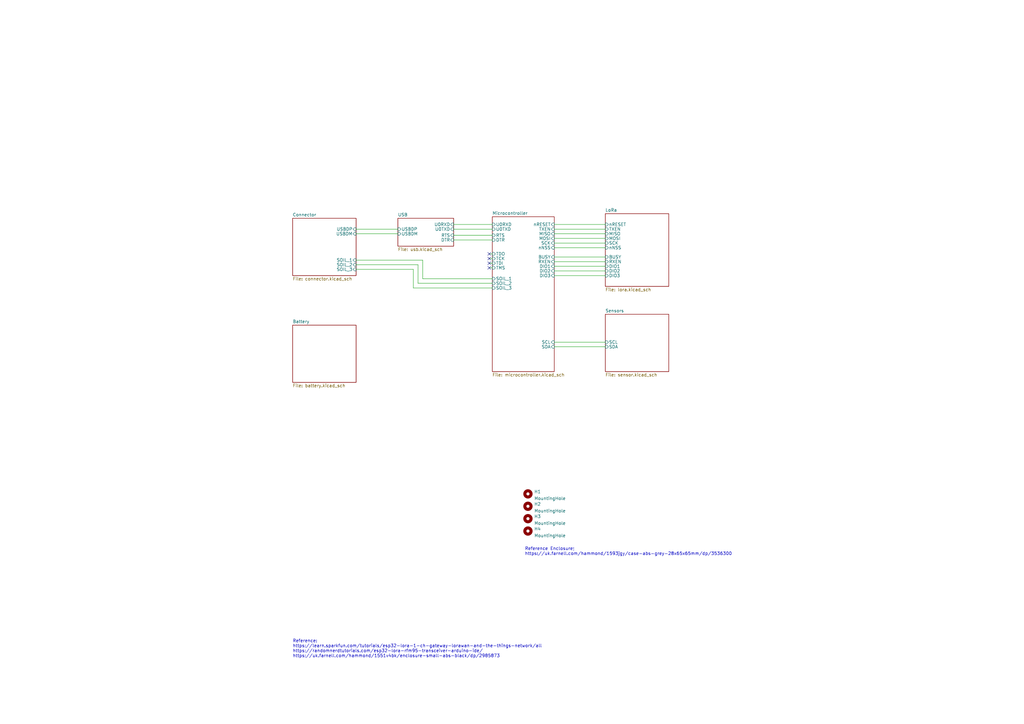
<source format=kicad_sch>
(kicad_sch (version 20211123) (generator eeschema)
  (paper "A3")
  (title_block (title "FLORA") (date "2022-07-01") (rev "C"))
  (lib_symbols
    (symbol "Mechanical:MountingHole" (pin_names (offset 1.016))
      (property "Reference" "H" (at 0 5.08 0))
      (property "Value" "MountingHole" (at 0 3.175 0))
      (symbol "MountingHole_0_1"
        (circle (center 0 0) (radius 1.27) (stroke (width 1.27)))
      )
    )
  )
  (no_connect (at 200.66 109.855))
  (no_connect (at 200.66 104.14))
  (no_connect (at 200.66 106.045))
  (no_connect (at 200.66 107.95))
  (wire (pts (xy 227.33 93.98) (xy 248.285 93.98)))
  (wire (pts (xy 227.33 111.125) (xy 248.285 111.125)))
  (wire (pts (xy 227.33 142.24) (xy 248.285 142.24)))
  (wire (pts (xy 171.45 108.585) (xy 146.05 108.585)))
  (wire (pts (xy 227.33 92.075) (xy 248.285 92.075)))
  (wire (pts (xy 227.33 101.6) (xy 248.285 101.6)))
  (wire (pts (xy 200.66 107.95) (xy 201.93 107.95)))
  (wire (pts (xy 169.545 118.11) (xy 201.93 118.11)))
  (wire (pts (xy 169.545 110.49) (xy 169.545 118.11)))
  (wire (pts (xy 227.33 97.79) (xy 248.285 97.79)))
  (wire (pts (xy 227.33 140.335) (xy 248.285 140.335)))
  (wire (pts (xy 227.33 95.885) (xy 248.285 95.885)))
  (wire (pts (xy 201.93 116.205) (xy 171.45 116.205)))
  (wire (pts (xy 200.66 104.14) (xy 201.93 104.14)))
  (wire (pts (xy 227.33 107.315) (xy 248.285 107.315)))
  (wire (pts (xy 186.055 92.075) (xy 201.93 92.075)))
  (wire (pts (xy 227.33 105.41) (xy 248.285 105.41)))
  (wire (pts (xy 227.33 109.22) (xy 248.285 109.22)))
  (wire (pts (xy 146.05 95.885) (xy 163.195 95.885)))
  (wire (pts (xy 200.66 109.855) (xy 201.93 109.855)))
  (wire (pts (xy 186.055 98.425) (xy 201.93 98.425)))
  (wire (pts (xy 200.66 106.045) (xy 201.93 106.045)))
  (wire (pts (xy 227.33 113.03) (xy 248.285 113.03)))
  (wire (pts (xy 173.355 106.68) (xy 173.355 114.3)))
  (wire (pts (xy 227.33 99.695) (xy 248.285 99.695)))
  (wire (pts (xy 146.05 106.68) (xy 173.355 106.68)))
  (wire (pts (xy 146.05 110.49) (xy 169.545 110.49)))
  (wire (pts (xy 171.45 116.205) (xy 171.45 108.585)))
  (wire (pts (xy 186.055 93.98) (xy 201.93 93.98)))
  (wire (pts (xy 173.355 114.3) (xy 201.93 114.3)))
  (wire (pts (xy 186.055 96.52) (xy 201.93 96.52)))
  (wire (pts (xy 146.05 93.98) (xy 163.195 93.98)))
  (text "Reference Enclosure;\nhttps://uk.farnell.com/hammond/1593jgy/case-abs-grey-28x65x65mm/dp/3536300" (at 215.265 227.965 0) (effects (font (size 1.27 1.27)) (justify left bottom)))
  (text "Reference:\nhttps://learn.sparkfun.com/tutorials/esp32-lora-1-ch-gateway-lorawan-and-the-things-network/all\nhttps://randomnerdtutorials.com/esp32-lora-rfm95-transceiver-arduino-ide/\nhttps://uk.farnell.com/hammond/1551v4bk/enclosure-small-abs-black/dp/2985873" (at 120.015 269.875 0) (effects (font (size 1.27 1.27)) (justify left bottom)))
  (symbol (lib_id "Mechanical:MountingHole") (at 216.535 207.645 0) (unit 1)
    (property "Reference" "H2" (at 219.075 206.7365 0) (effects (justify left)))
    (property "Value" "MountingHole" (at 219.075 209.5116 0) (effects (justify left)))
    (property "Footprint" "personal:MountingHole_3.2mm_M3_Small" (effects hide))
  )
  (symbol (lib_id "Mechanical:MountingHole") (at 216.535 217.805 0) (unit 1)
    (property "Reference" "H4" (at 219.075 216.8965 0) (effects (justify left)))
    (property "Value" "MountingHole" (at 219.075 219.6716 0) (effects (justify left)))
    (property "Footprint" "personal:MountingHole_3.2mm_M3_Small" (effects hide))
  )
  (symbol (lib_id "Mechanical:MountingHole") (at 216.535 202.565 0) (unit 1)
    (property "Reference" "H1" (at 219.075 201.6565 0) (effects (justify left)))
    (property "Value" "MountingHole" (at 219.075 204.4316 0) (effects (justify left)))
    (property "Footprint" "personal:MountingHole_3.2mm_M3_Small" (effects hide))
  )
  (symbol (lib_id "Mechanical:MountingHole") (at 216.535 212.725 0) (unit 1)
    (property "Reference" "H3" (at 219.075 211.8165 0) (effects (justify left)))
    (property "Value" "MountingHole" (at 219.075 214.5916 0) (effects (justify left)))
    (property "Footprint" "personal:MountingHole_3.2mm_M3_Small" (effects hide))
  )
  (sheet (at 248.285 87.63) (size 26.035 29.845) (stroke (width 0.1524))
    (property "Sheet name" "LoRa" (at 248.285 86.9184 0) (effects (justify left bottom)))
    (property "Sheet file" "lora.kicad_sch" (at 248.285 118.0596 0) (effects (justify left top)))
    (pin "TXEN" input (at 248.285 93.98 180))
    (pin "MISO" input (at 248.285 95.885 180))
    (pin "MOSI" input (at 248.285 97.79 180))
    (pin "SCK" input (at 248.285 99.695 180))
    (pin "nNSS" input (at 248.285 101.6 180))
    (pin "BUSY" input (at 248.285 105.41 180))
    (pin "RXEN" input (at 248.285 107.315 180))
    (pin "nRESET" input (at 248.285 92.075 180))
    (pin "DIO2" input (at 248.285 111.125 180))
    (pin "DIO1" input (at 248.285 109.22 180))
    (pin "DIO3" input (at 248.285 113.03 180))
  )
  (sheet (at 248.285 128.905) (size 26.035 23.495) (stroke (width 0.1524))
    (property "Sheet name" "Sensors" (at 248.285 128.1934 0) (effects (justify left bottom)))
    (property "Sheet file" "sensor.kicad_sch" (at 248.285 152.9846 0) (effects (justify left top)))
    (pin "SDA" input (at 248.285 142.24 180))
    (pin "SCL" input (at 248.285 140.335 180))
  )
  (sheet (at 201.93 88.9) (size 25.4 63.5) (stroke (width 0.1524))
    (property "Sheet name" "Microcontroller" (at 201.93 88.1884 0) (effects (justify left bottom)))
    (property "Sheet file" "microcontroller.kicad_sch" (at 201.93 152.9846 0) (effects (justify left top)))
    (pin "SCK" input (at 227.33 99.695 0))
    (pin "nNSS" input (at 227.33 101.6 0))
    (pin "nRESET" input (at 227.33 92.075 0))
    (pin "TXEN" input (at 227.33 93.98 0))
    (pin "MISO" input (at 227.33 95.885 0))
    (pin "MOSI" input (at 227.33 97.79 0))
    (pin "SCL" input (at 227.33 140.335 0))
    (pin "SDA" input (at 227.33 142.24 0))
    (pin "U0RXD" input (at 201.93 92.075 180))
    (pin "U0TXD" input (at 201.93 93.98 180))
    (pin "TDO" input (at 201.93 104.14 180))
    (pin "TCK" input (at 201.93 106.045 180))
    (pin "TDI" input (at 201.93 107.95 180))
    (pin "TMS" input (at 201.93 109.855 180))
    (pin "RTS" input (at 201.93 96.52 180))
    (pin "DTR" input (at 201.93 98.425 180))
    (pin "SOIL_1" input (at 201.93 114.3 180))
    (pin "SOIL_3" input (at 201.93 118.11 180))
    (pin "SOIL_2" input (at 201.93 116.205 180))
    (pin "BUSY" input (at 227.33 105.41 0))
    (pin "RXEN" input (at 227.33 107.315 0))
    (pin "DIO2" input (at 227.33 111.125 0))
    (pin "DIO3" input (at 227.33 113.03 0))
    (pin "DIO1" input (at 227.33 109.22 0))
  )
  (sheet (at 120.015 89.535) (size 26.035 23.495) (stroke (width 0.1524))
    (property "Sheet name" "Connector" (at 120.015 88.8234 0) (effects (justify left bottom)))
    (property "Sheet file" "connector.kicad_sch" (at 120.015 113.6146 0) (effects (justify left top)))
    (pin "SOIL_3" input (at 146.05 110.49 0))
    (pin "SOIL_2" input (at 146.05 108.585 0))
    (pin "SOIL_1" input (at 146.05 106.68 0))
    (pin "USBDP" input (at 146.05 93.98 0))
    (pin "USBDM" input (at 146.05 95.885 0))
  )
  (sheet (at 120.015 133.35) (size 26.035 23.495) (stroke (width 0.1524))
    (property "Sheet name" "Battery" (at 120.015 132.6384 0) (effects (justify left bottom)))
    (property "Sheet file" "battery.kicad_sch" (at 120.015 157.4296 0) (effects (justify left top)))
  )
  (sheet (at 163.195 89.535) (size 22.86 11.43) (stroke (width 0.1524))
    (property "Sheet name" "USB" (at 163.195 88.8234 0) (effects (justify left bottom)))
    (property "Sheet file" "usb.kicad_sch" (at 163.195 101.5496 0) (effects (justify left top)))
    (pin "U0RXD" input (at 186.055 92.075 0))
    (pin "U0TXD" input (at 186.055 93.98 0))
    (pin "USBDM" input (at 163.195 95.885 180))
    (pin "USBDP" input (at 163.195 93.98 180))
    (pin "DTR" input (at 186.055 98.425 0))
    (pin "RTS" input (at 186.055 96.52 0))
  )
)
</source>
